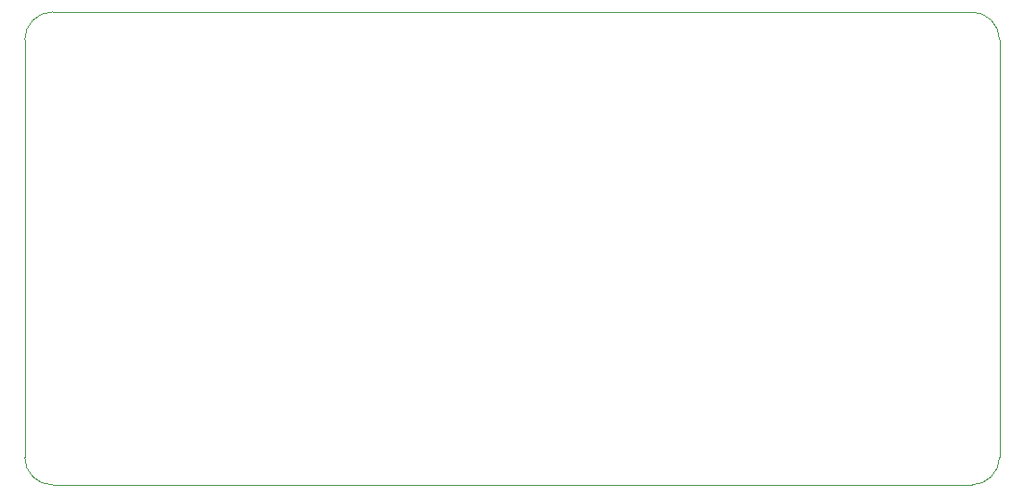
<source format=gbr>
%TF.GenerationSoftware,KiCad,Pcbnew,5.1.7-a382d34a8~88~ubuntu20.04.1*%
%TF.CreationDate,2021-03-24T20:19:51+01:00*%
%TF.ProjectId,launchpad,6c61756e-6368-4706-9164-2e6b69636164,rev?*%
%TF.SameCoordinates,Original*%
%TF.FileFunction,Profile,NP*%
%FSLAX46Y46*%
G04 Gerber Fmt 4.6, Leading zero omitted, Abs format (unit mm)*
G04 Created by KiCad (PCBNEW 5.1.7-a382d34a8~88~ubuntu20.04.1) date 2021-03-24 20:19:51*
%MOMM*%
%LPD*%
G01*
G04 APERTURE LIST*
%TA.AperFunction,Profile*%
%ADD10C,0.050000*%
%TD*%
G04 APERTURE END LIST*
D10*
X106680000Y-92710000D02*
G75*
G02*
X104140000Y-90170000I0J2540000D01*
G01*
X104140000Y-52070000D02*
G75*
G02*
X106680000Y-49530000I2540000J0D01*
G01*
X190500000Y-49530000D02*
G75*
G02*
X193040000Y-52070000I0J-2540000D01*
G01*
X193040000Y-90170000D02*
G75*
G02*
X190500000Y-92710000I-2540000J0D01*
G01*
X193040000Y-52070000D02*
X193040000Y-90170000D01*
X104140000Y-52070000D02*
X104140000Y-90170000D01*
X106680000Y-92710000D02*
X190500000Y-92710000D01*
X106680000Y-49530000D02*
X190500000Y-49530000D01*
M02*

</source>
